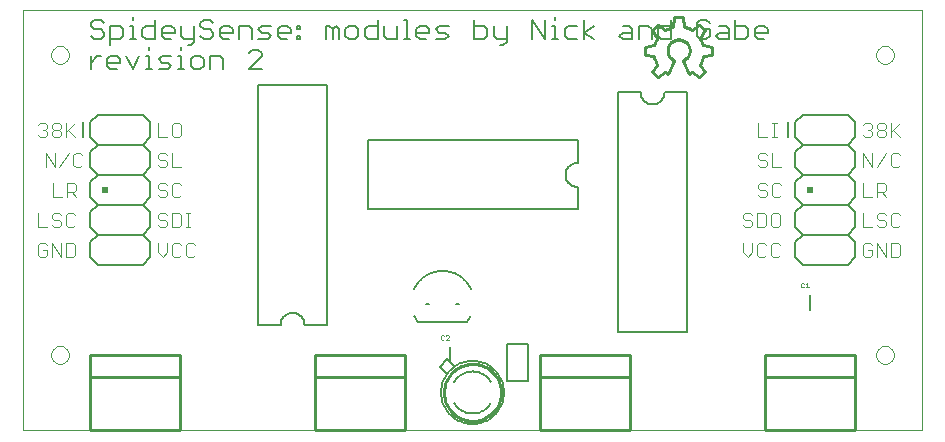
<source format=gto>
G75*
G70*
%OFA0B0*%
%FSLAX24Y24*%
%IPPOS*%
%LPD*%
%AMOC8*
5,1,8,0,0,1.08239X$1,22.5*
%
%ADD10C,0.0000*%
%ADD11C,0.0060*%
%ADD12C,0.0040*%
%ADD13C,0.0100*%
%ADD14C,0.0050*%
%ADD15C,0.0080*%
%ADD16R,0.0200X0.0200*%
%ADD17C,0.0010*%
D10*
X000101Y000151D02*
X000101Y014147D01*
X030096Y014147D01*
X030096Y000151D01*
X000101Y000151D01*
X001056Y002651D02*
X001058Y002685D01*
X001064Y002719D01*
X001074Y002752D01*
X001087Y002783D01*
X001105Y002813D01*
X001125Y002841D01*
X001149Y002866D01*
X001175Y002888D01*
X001203Y002906D01*
X001234Y002922D01*
X001266Y002934D01*
X001300Y002942D01*
X001334Y002946D01*
X001368Y002946D01*
X001402Y002942D01*
X001436Y002934D01*
X001468Y002922D01*
X001498Y002906D01*
X001527Y002888D01*
X001553Y002866D01*
X001577Y002841D01*
X001597Y002813D01*
X001615Y002783D01*
X001628Y002752D01*
X001638Y002719D01*
X001644Y002685D01*
X001646Y002651D01*
X001644Y002617D01*
X001638Y002583D01*
X001628Y002550D01*
X001615Y002519D01*
X001597Y002489D01*
X001577Y002461D01*
X001553Y002436D01*
X001527Y002414D01*
X001499Y002396D01*
X001468Y002380D01*
X001436Y002368D01*
X001402Y002360D01*
X001368Y002356D01*
X001334Y002356D01*
X001300Y002360D01*
X001266Y002368D01*
X001234Y002380D01*
X001203Y002396D01*
X001175Y002414D01*
X001149Y002436D01*
X001125Y002461D01*
X001105Y002489D01*
X001087Y002519D01*
X001074Y002550D01*
X001064Y002583D01*
X001058Y002617D01*
X001056Y002651D01*
X001056Y012651D02*
X001058Y012685D01*
X001064Y012719D01*
X001074Y012752D01*
X001087Y012783D01*
X001105Y012813D01*
X001125Y012841D01*
X001149Y012866D01*
X001175Y012888D01*
X001203Y012906D01*
X001234Y012922D01*
X001266Y012934D01*
X001300Y012942D01*
X001334Y012946D01*
X001368Y012946D01*
X001402Y012942D01*
X001436Y012934D01*
X001468Y012922D01*
X001498Y012906D01*
X001527Y012888D01*
X001553Y012866D01*
X001577Y012841D01*
X001597Y012813D01*
X001615Y012783D01*
X001628Y012752D01*
X001638Y012719D01*
X001644Y012685D01*
X001646Y012651D01*
X001644Y012617D01*
X001638Y012583D01*
X001628Y012550D01*
X001615Y012519D01*
X001597Y012489D01*
X001577Y012461D01*
X001553Y012436D01*
X001527Y012414D01*
X001499Y012396D01*
X001468Y012380D01*
X001436Y012368D01*
X001402Y012360D01*
X001368Y012356D01*
X001334Y012356D01*
X001300Y012360D01*
X001266Y012368D01*
X001234Y012380D01*
X001203Y012396D01*
X001175Y012414D01*
X001149Y012436D01*
X001125Y012461D01*
X001105Y012489D01*
X001087Y012519D01*
X001074Y012550D01*
X001064Y012583D01*
X001058Y012617D01*
X001056Y012651D01*
X028556Y012651D02*
X028558Y012685D01*
X028564Y012719D01*
X028574Y012752D01*
X028587Y012783D01*
X028605Y012813D01*
X028625Y012841D01*
X028649Y012866D01*
X028675Y012888D01*
X028703Y012906D01*
X028734Y012922D01*
X028766Y012934D01*
X028800Y012942D01*
X028834Y012946D01*
X028868Y012946D01*
X028902Y012942D01*
X028936Y012934D01*
X028968Y012922D01*
X028998Y012906D01*
X029027Y012888D01*
X029053Y012866D01*
X029077Y012841D01*
X029097Y012813D01*
X029115Y012783D01*
X029128Y012752D01*
X029138Y012719D01*
X029144Y012685D01*
X029146Y012651D01*
X029144Y012617D01*
X029138Y012583D01*
X029128Y012550D01*
X029115Y012519D01*
X029097Y012489D01*
X029077Y012461D01*
X029053Y012436D01*
X029027Y012414D01*
X028999Y012396D01*
X028968Y012380D01*
X028936Y012368D01*
X028902Y012360D01*
X028868Y012356D01*
X028834Y012356D01*
X028800Y012360D01*
X028766Y012368D01*
X028734Y012380D01*
X028703Y012396D01*
X028675Y012414D01*
X028649Y012436D01*
X028625Y012461D01*
X028605Y012489D01*
X028587Y012519D01*
X028574Y012550D01*
X028564Y012583D01*
X028558Y012617D01*
X028556Y012651D01*
X028556Y002651D02*
X028558Y002685D01*
X028564Y002719D01*
X028574Y002752D01*
X028587Y002783D01*
X028605Y002813D01*
X028625Y002841D01*
X028649Y002866D01*
X028675Y002888D01*
X028703Y002906D01*
X028734Y002922D01*
X028766Y002934D01*
X028800Y002942D01*
X028834Y002946D01*
X028868Y002946D01*
X028902Y002942D01*
X028936Y002934D01*
X028968Y002922D01*
X028998Y002906D01*
X029027Y002888D01*
X029053Y002866D01*
X029077Y002841D01*
X029097Y002813D01*
X029115Y002783D01*
X029128Y002752D01*
X029138Y002719D01*
X029144Y002685D01*
X029146Y002651D01*
X029144Y002617D01*
X029138Y002583D01*
X029128Y002550D01*
X029115Y002519D01*
X029097Y002489D01*
X029077Y002461D01*
X029053Y002436D01*
X029027Y002414D01*
X028999Y002396D01*
X028968Y002380D01*
X028936Y002368D01*
X028902Y002360D01*
X028868Y002356D01*
X028834Y002356D01*
X028800Y002360D01*
X028766Y002368D01*
X028734Y002380D01*
X028703Y002396D01*
X028675Y002414D01*
X028649Y002436D01*
X028625Y002461D01*
X028605Y002489D01*
X028587Y002519D01*
X028574Y002550D01*
X028564Y002583D01*
X028558Y002617D01*
X028556Y002651D01*
D11*
X027601Y005651D02*
X026101Y005651D01*
X025851Y005901D01*
X025851Y006401D01*
X026101Y006651D01*
X027601Y006651D01*
X027851Y006401D01*
X027851Y005901D01*
X027601Y005651D01*
X027601Y006651D02*
X027851Y006901D01*
X027851Y007401D01*
X027601Y007651D01*
X026101Y007651D01*
X025851Y007401D01*
X025851Y006901D01*
X026101Y006651D01*
X026101Y007651D02*
X025851Y007901D01*
X025851Y008401D01*
X026101Y008651D01*
X027601Y008651D01*
X027851Y008401D01*
X027851Y007901D01*
X027601Y007651D01*
X027601Y008651D02*
X027851Y008901D01*
X027851Y009401D01*
X027601Y009651D01*
X026101Y009651D01*
X025851Y009401D01*
X025851Y008901D01*
X026101Y008651D01*
X026101Y009651D02*
X025851Y009901D01*
X025851Y010401D01*
X026101Y010651D01*
X027601Y010651D01*
X027851Y010401D01*
X027851Y009901D01*
X027601Y009651D01*
X022251Y011401D02*
X021501Y011401D01*
X021499Y011362D01*
X021493Y011323D01*
X021484Y011285D01*
X021471Y011248D01*
X021454Y011212D01*
X021434Y011179D01*
X021410Y011147D01*
X021384Y011118D01*
X021355Y011092D01*
X021323Y011068D01*
X021290Y011048D01*
X021254Y011031D01*
X021217Y011018D01*
X021179Y011009D01*
X021140Y011003D01*
X021101Y011001D01*
X021062Y011003D01*
X021023Y011009D01*
X020985Y011018D01*
X020948Y011031D01*
X020912Y011048D01*
X020879Y011068D01*
X020847Y011092D01*
X020818Y011118D01*
X020792Y011147D01*
X020768Y011179D01*
X020748Y011212D01*
X020731Y011248D01*
X020718Y011285D01*
X020709Y011323D01*
X020703Y011362D01*
X020701Y011401D01*
X019951Y011401D01*
X019951Y003401D01*
X022251Y003401D01*
X022251Y011401D01*
X022683Y013181D02*
X022896Y013181D01*
X023003Y013288D01*
X023003Y013501D01*
X022789Y013501D01*
X022576Y013288D02*
X022683Y013181D01*
X022576Y013288D02*
X022576Y013715D01*
X022683Y013822D01*
X022896Y013822D01*
X023003Y013715D01*
X023327Y013608D02*
X023541Y013608D01*
X023647Y013501D01*
X023647Y013181D01*
X023327Y013181D01*
X023220Y013288D01*
X023327Y013395D01*
X023647Y013395D01*
X023865Y013608D02*
X024185Y013608D01*
X024292Y013501D01*
X024292Y013288D01*
X024185Y013181D01*
X023865Y013181D01*
X023865Y013822D01*
X024510Y013501D02*
X024616Y013608D01*
X024830Y013608D01*
X024937Y013501D01*
X024937Y013395D01*
X024510Y013395D01*
X024510Y013501D02*
X024510Y013288D01*
X024616Y013181D01*
X024830Y013181D01*
X021714Y013181D02*
X021394Y013181D01*
X021287Y013288D01*
X021287Y013501D01*
X021394Y013608D01*
X021714Y013608D01*
X021714Y013822D02*
X021714Y013181D01*
X021069Y013181D02*
X021069Y013501D01*
X020963Y013608D01*
X020642Y013608D01*
X020642Y013181D01*
X020425Y013181D02*
X020105Y013181D01*
X019998Y013288D01*
X020105Y013395D01*
X020425Y013395D01*
X020425Y013501D02*
X020425Y013181D01*
X020425Y013501D02*
X020318Y013608D01*
X020105Y013608D01*
X019136Y013608D02*
X018816Y013395D01*
X019136Y013181D01*
X018816Y013181D02*
X018816Y013822D01*
X018599Y013608D02*
X018278Y013608D01*
X018172Y013501D01*
X018172Y013288D01*
X018278Y013181D01*
X018599Y013181D01*
X017956Y013181D02*
X017742Y013181D01*
X017849Y013181D02*
X017849Y013608D01*
X017742Y013608D01*
X017849Y013822D02*
X017849Y013928D01*
X017524Y013822D02*
X017524Y013181D01*
X017097Y013822D01*
X017097Y013181D01*
X016235Y013181D02*
X015915Y013181D01*
X015808Y013288D01*
X015808Y013608D01*
X015591Y013501D02*
X015484Y013608D01*
X015164Y013608D01*
X015591Y013501D02*
X015591Y013288D01*
X015484Y013181D01*
X015164Y013181D01*
X015164Y013822D01*
X014302Y013608D02*
X013982Y013608D01*
X013875Y013501D01*
X013982Y013395D01*
X014195Y013395D01*
X014302Y013288D01*
X014195Y013181D01*
X013875Y013181D01*
X013551Y013181D02*
X013337Y013181D01*
X013230Y013288D01*
X013230Y013501D01*
X013337Y013608D01*
X013551Y013608D01*
X013657Y013501D01*
X013657Y013395D01*
X013230Y013395D01*
X013014Y013181D02*
X012801Y013181D01*
X012907Y013181D02*
X012907Y013822D01*
X012801Y013822D01*
X012583Y013608D02*
X012583Y013181D01*
X012263Y013181D01*
X012156Y013288D01*
X012156Y013608D01*
X011939Y013608D02*
X011618Y013608D01*
X011512Y013501D01*
X011512Y013288D01*
X011618Y013181D01*
X011939Y013181D01*
X011939Y013822D01*
X011294Y013501D02*
X011187Y013608D01*
X010974Y013608D01*
X010867Y013501D01*
X010867Y013288D01*
X010974Y013181D01*
X011187Y013181D01*
X011294Y013288D01*
X011294Y013501D01*
X010650Y013501D02*
X010650Y013181D01*
X010436Y013181D02*
X010436Y013501D01*
X010543Y013608D01*
X010650Y013501D01*
X010436Y013501D02*
X010329Y013608D01*
X010223Y013608D01*
X010223Y013181D01*
X009362Y013181D02*
X009256Y013181D01*
X009256Y013288D01*
X009362Y013288D01*
X009362Y013181D01*
X008931Y013181D02*
X008718Y013181D01*
X008611Y013288D01*
X008611Y013501D01*
X008718Y013608D01*
X008931Y013608D01*
X009038Y013501D01*
X009038Y013395D01*
X008611Y013395D01*
X008394Y013288D02*
X008287Y013395D01*
X008073Y013395D01*
X007967Y013501D01*
X008073Y013608D01*
X008394Y013608D01*
X008394Y013288D02*
X008287Y013181D01*
X007967Y013181D01*
X007749Y013181D02*
X007749Y013501D01*
X007642Y013608D01*
X007322Y013608D01*
X007322Y013181D01*
X006998Y013181D02*
X006784Y013181D01*
X006678Y013288D01*
X006678Y013501D01*
X006784Y013608D01*
X006998Y013608D01*
X007105Y013501D01*
X007105Y013395D01*
X006678Y013395D01*
X006460Y013395D02*
X006460Y013288D01*
X006353Y013181D01*
X006140Y013181D01*
X006033Y013288D01*
X006140Y013501D02*
X006353Y013501D01*
X006460Y013395D01*
X006140Y013501D02*
X006033Y013608D01*
X006033Y013715D01*
X006140Y013822D01*
X006353Y013822D01*
X006460Y013715D01*
X005816Y013608D02*
X005816Y013074D01*
X005709Y012968D01*
X005602Y012968D01*
X005388Y012928D02*
X005388Y012822D01*
X005388Y012608D02*
X005388Y012181D01*
X005281Y012181D02*
X005495Y012181D01*
X005711Y012288D02*
X005818Y012181D01*
X006031Y012181D01*
X006138Y012288D01*
X006138Y012501D01*
X006031Y012608D01*
X005818Y012608D01*
X005711Y012501D01*
X005711Y012288D01*
X005388Y012608D02*
X005281Y012608D01*
X005064Y012608D02*
X004743Y012608D01*
X004637Y012501D01*
X004743Y012395D01*
X004957Y012395D01*
X005064Y012288D01*
X004957Y012181D01*
X004637Y012181D01*
X004420Y012181D02*
X004207Y012181D01*
X004314Y012181D02*
X004314Y012608D01*
X004207Y012608D01*
X003989Y012608D02*
X003776Y012181D01*
X003562Y012608D01*
X003345Y012501D02*
X003345Y012395D01*
X002918Y012395D01*
X002918Y012501D02*
X002918Y012288D01*
X003025Y012181D01*
X003238Y012181D01*
X003345Y012501D02*
X003238Y012608D01*
X003025Y012608D01*
X002918Y012501D01*
X002701Y012608D02*
X002594Y012608D01*
X002381Y012395D01*
X002381Y012608D02*
X002381Y012181D01*
X003025Y012968D02*
X003025Y013608D01*
X003346Y013608D01*
X003452Y013501D01*
X003452Y013288D01*
X003346Y013181D01*
X003025Y013181D01*
X002808Y013288D02*
X002701Y013181D01*
X002488Y013181D01*
X002381Y013288D01*
X002488Y013501D02*
X002701Y013501D01*
X002808Y013395D01*
X002808Y013288D01*
X002488Y013501D02*
X002381Y013608D01*
X002381Y013715D01*
X002488Y013822D01*
X002701Y013822D01*
X002808Y013715D01*
X003670Y013608D02*
X003777Y013608D01*
X003777Y013181D01*
X003883Y013181D02*
X003670Y013181D01*
X004100Y013288D02*
X004100Y013501D01*
X004206Y013608D01*
X004527Y013608D01*
X004744Y013501D02*
X004851Y013608D01*
X005064Y013608D01*
X005171Y013501D01*
X005171Y013395D01*
X004744Y013395D01*
X004744Y013501D02*
X004744Y013288D01*
X004851Y013181D01*
X005064Y013181D01*
X005389Y013288D02*
X005495Y013181D01*
X005816Y013181D01*
X005389Y013288D02*
X005389Y013608D01*
X004527Y013822D02*
X004527Y013181D01*
X004206Y013181D01*
X004100Y013288D01*
X004314Y012928D02*
X004314Y012822D01*
X006355Y012608D02*
X006355Y012181D01*
X006782Y012181D02*
X006782Y012501D01*
X006676Y012608D01*
X006355Y012608D01*
X007644Y012715D02*
X007751Y012822D01*
X007965Y012822D01*
X008071Y012715D01*
X008071Y012608D01*
X007644Y012181D01*
X008071Y012181D01*
X007951Y011651D02*
X010251Y011651D01*
X010251Y003651D01*
X009501Y003651D01*
X009499Y003690D01*
X009493Y003729D01*
X009484Y003767D01*
X009471Y003804D01*
X009454Y003840D01*
X009434Y003873D01*
X009410Y003905D01*
X009384Y003934D01*
X009355Y003960D01*
X009323Y003984D01*
X009290Y004004D01*
X009254Y004021D01*
X009217Y004034D01*
X009179Y004043D01*
X009140Y004049D01*
X009101Y004051D01*
X009062Y004049D01*
X009023Y004043D01*
X008985Y004034D01*
X008948Y004021D01*
X008912Y004004D01*
X008879Y003984D01*
X008847Y003960D01*
X008818Y003934D01*
X008792Y003905D01*
X008768Y003873D01*
X008748Y003840D01*
X008731Y003804D01*
X008718Y003767D01*
X008709Y003729D01*
X008703Y003690D01*
X008701Y003651D01*
X007951Y003651D01*
X007951Y011651D01*
X004351Y010401D02*
X004351Y009901D01*
X004101Y009651D01*
X002601Y009651D01*
X002351Y009401D01*
X002351Y008901D01*
X002601Y008651D01*
X004101Y008651D01*
X004351Y008401D01*
X004351Y007901D01*
X004101Y007651D01*
X002601Y007651D01*
X002351Y007401D01*
X002351Y006901D01*
X002601Y006651D01*
X002351Y006401D01*
X002351Y005901D01*
X002601Y005651D01*
X004101Y005651D01*
X004351Y005901D01*
X004351Y006401D01*
X004101Y006651D01*
X002601Y006651D01*
X004101Y006651D02*
X004351Y006901D01*
X004351Y007401D01*
X004101Y007651D01*
X002601Y007651D02*
X002351Y007901D01*
X002351Y008401D01*
X002601Y008651D01*
X004101Y008651D02*
X004351Y008901D01*
X004351Y009401D01*
X004101Y009651D01*
X002601Y009651D02*
X002351Y009901D01*
X002351Y010401D01*
X002601Y010651D01*
X004101Y010651D01*
X004351Y010401D01*
X009256Y013501D02*
X009256Y013608D01*
X009362Y013608D01*
X009362Y013501D01*
X009256Y013501D01*
X003777Y013822D02*
X003777Y013928D01*
X011601Y009801D02*
X011601Y007501D01*
X018601Y007501D01*
X018601Y008251D01*
X018562Y008253D01*
X018523Y008259D01*
X018485Y008268D01*
X018448Y008281D01*
X018412Y008298D01*
X018379Y008318D01*
X018347Y008342D01*
X018318Y008368D01*
X018292Y008397D01*
X018268Y008429D01*
X018248Y008462D01*
X018231Y008498D01*
X018218Y008535D01*
X018209Y008573D01*
X018203Y008612D01*
X018201Y008651D01*
X018203Y008690D01*
X018209Y008729D01*
X018218Y008767D01*
X018231Y008804D01*
X018248Y008840D01*
X018268Y008873D01*
X018292Y008905D01*
X018318Y008934D01*
X018347Y008960D01*
X018379Y008984D01*
X018412Y009004D01*
X018448Y009021D01*
X018485Y009034D01*
X018523Y009043D01*
X018562Y009049D01*
X018601Y009051D01*
X018601Y009801D01*
X011601Y009801D01*
X016022Y012968D02*
X016129Y012968D01*
X016235Y013074D01*
X016235Y013608D01*
X014251Y002501D02*
X014501Y002251D01*
X014251Y002001D02*
X014001Y002251D01*
X014251Y002501D01*
X015101Y000701D02*
X015153Y000703D01*
X015205Y000709D01*
X015256Y000718D01*
X015306Y000732D01*
X015356Y000749D01*
X015404Y000770D01*
X015450Y000794D01*
X015494Y000822D01*
X015536Y000852D01*
X015575Y000886D01*
X015612Y000923D01*
X015647Y000962D01*
X015678Y001004D01*
X015706Y001048D01*
X015101Y000701D02*
X015049Y000703D01*
X014997Y000709D01*
X014946Y000718D01*
X014896Y000732D01*
X014846Y000749D01*
X014798Y000770D01*
X014752Y000794D01*
X014708Y000822D01*
X014666Y000852D01*
X014627Y000886D01*
X014590Y000923D01*
X014555Y000962D01*
X014524Y001004D01*
X014496Y001048D01*
X014496Y001754D02*
X014524Y001798D01*
X014555Y001840D01*
X014590Y001879D01*
X014627Y001916D01*
X014666Y001950D01*
X014708Y001980D01*
X014752Y002008D01*
X014798Y002032D01*
X014846Y002053D01*
X014896Y002070D01*
X014946Y002084D01*
X014997Y002093D01*
X015049Y002099D01*
X015101Y002101D01*
X015153Y002099D01*
X015205Y002093D01*
X015256Y002084D01*
X015306Y002070D01*
X015356Y002053D01*
X015404Y002032D01*
X015450Y002008D01*
X015494Y001980D01*
X015536Y001950D01*
X015575Y001916D01*
X015612Y001879D01*
X015647Y001840D01*
X015678Y001798D01*
X015706Y001754D01*
X014051Y001401D02*
X014053Y001466D01*
X014059Y001530D01*
X014069Y001594D01*
X014083Y001657D01*
X014100Y001719D01*
X014122Y001780D01*
X014147Y001840D01*
X014176Y001898D01*
X014208Y001954D01*
X014244Y002008D01*
X014283Y002059D01*
X014325Y002108D01*
X014370Y002155D01*
X014418Y002198D01*
X014468Y002239D01*
X014521Y002276D01*
X014576Y002310D01*
X014633Y002341D01*
X014692Y002368D01*
X014752Y002391D01*
X014814Y002411D01*
X014876Y002427D01*
X014940Y002439D01*
X015004Y002447D01*
X015069Y002451D01*
X015133Y002451D01*
X015198Y002447D01*
X015262Y002439D01*
X015326Y002427D01*
X015388Y002411D01*
X015450Y002391D01*
X015510Y002368D01*
X015569Y002341D01*
X015626Y002310D01*
X015681Y002276D01*
X015734Y002239D01*
X015784Y002198D01*
X015832Y002155D01*
X015877Y002108D01*
X015919Y002059D01*
X015958Y002008D01*
X015994Y001954D01*
X016026Y001898D01*
X016055Y001840D01*
X016080Y001780D01*
X016102Y001719D01*
X016119Y001657D01*
X016133Y001594D01*
X016143Y001530D01*
X016149Y001466D01*
X016151Y001401D01*
X016149Y001336D01*
X016143Y001272D01*
X016133Y001208D01*
X016119Y001145D01*
X016102Y001083D01*
X016080Y001022D01*
X016055Y000962D01*
X016026Y000904D01*
X015994Y000848D01*
X015958Y000794D01*
X015919Y000743D01*
X015877Y000694D01*
X015832Y000647D01*
X015784Y000604D01*
X015734Y000563D01*
X015681Y000526D01*
X015626Y000492D01*
X015569Y000461D01*
X015510Y000434D01*
X015450Y000411D01*
X015388Y000391D01*
X015326Y000375D01*
X015262Y000363D01*
X015198Y000355D01*
X015133Y000351D01*
X015069Y000351D01*
X015004Y000355D01*
X014940Y000363D01*
X014876Y000375D01*
X014814Y000391D01*
X014752Y000411D01*
X014692Y000434D01*
X014633Y000461D01*
X014576Y000492D01*
X014521Y000526D01*
X014468Y000563D01*
X014418Y000604D01*
X014370Y000647D01*
X014325Y000694D01*
X014283Y000743D01*
X014244Y000794D01*
X014208Y000848D01*
X014176Y000904D01*
X014147Y000962D01*
X014122Y001022D01*
X014100Y001083D01*
X014083Y001145D01*
X014069Y001208D01*
X014059Y001272D01*
X014053Y001336D01*
X014051Y001401D01*
D12*
X005848Y005998D02*
X005772Y005921D01*
X005618Y005921D01*
X005541Y005998D01*
X005541Y006305D01*
X005618Y006382D01*
X005772Y006382D01*
X005848Y006305D01*
X005388Y006305D02*
X005311Y006382D01*
X005158Y006382D01*
X005081Y006305D01*
X005081Y005998D01*
X005158Y005921D01*
X005311Y005921D01*
X005388Y005998D01*
X004928Y006075D02*
X004928Y006382D01*
X004621Y006382D02*
X004621Y006075D01*
X004774Y005921D01*
X004928Y006075D01*
X004851Y006921D02*
X004697Y006921D01*
X004621Y006998D01*
X004697Y007151D02*
X004851Y007151D01*
X004928Y007075D01*
X004928Y006998D01*
X004851Y006921D01*
X005081Y006921D02*
X005311Y006921D01*
X005388Y006998D01*
X005388Y007305D01*
X005311Y007382D01*
X005081Y007382D01*
X005081Y006921D01*
X004697Y007151D02*
X004621Y007228D01*
X004621Y007305D01*
X004697Y007382D01*
X004851Y007382D01*
X004928Y007305D01*
X005541Y007382D02*
X005695Y007382D01*
X005618Y007382D02*
X005618Y006921D01*
X005541Y006921D02*
X005695Y006921D01*
X005311Y007921D02*
X005388Y007998D01*
X005311Y007921D02*
X005158Y007921D01*
X005081Y007998D01*
X005081Y008305D01*
X005158Y008382D01*
X005311Y008382D01*
X005388Y008305D01*
X004928Y008305D02*
X004851Y008382D01*
X004697Y008382D01*
X004621Y008305D01*
X004621Y008228D01*
X004697Y008151D01*
X004851Y008151D01*
X004928Y008075D01*
X004928Y007998D01*
X004851Y007921D01*
X004697Y007921D01*
X004621Y007998D01*
X004697Y008921D02*
X004621Y008998D01*
X004697Y008921D02*
X004851Y008921D01*
X004928Y008998D01*
X004928Y009075D01*
X004851Y009151D01*
X004697Y009151D01*
X004621Y009228D01*
X004621Y009305D01*
X004697Y009382D01*
X004851Y009382D01*
X004928Y009305D01*
X005081Y009382D02*
X005081Y008921D01*
X005388Y008921D01*
X005311Y009921D02*
X005388Y009998D01*
X005388Y010305D01*
X005311Y010382D01*
X005158Y010382D01*
X005081Y010305D01*
X005081Y009998D01*
X005158Y009921D01*
X005311Y009921D01*
X004928Y009921D02*
X004621Y009921D01*
X004621Y010382D01*
X002098Y009305D02*
X002022Y009382D01*
X001868Y009382D01*
X001791Y009305D01*
X001791Y008998D01*
X001868Y008921D01*
X002022Y008921D01*
X002098Y008998D01*
X001638Y009382D02*
X001331Y008921D01*
X001178Y008921D02*
X001178Y009382D01*
X000871Y009382D02*
X001178Y008921D01*
X000871Y008921D02*
X000871Y009382D01*
X000851Y009921D02*
X000697Y009921D01*
X000621Y009998D01*
X000774Y010151D02*
X000851Y010151D01*
X000928Y010075D01*
X000928Y009998D01*
X000851Y009921D01*
X001081Y009998D02*
X001081Y010075D01*
X001158Y010151D01*
X001311Y010151D01*
X001388Y010075D01*
X001388Y009998D01*
X001311Y009921D01*
X001158Y009921D01*
X001081Y009998D01*
X001158Y010151D02*
X001081Y010228D01*
X001081Y010305D01*
X001158Y010382D01*
X001311Y010382D01*
X001388Y010305D01*
X001388Y010228D01*
X001311Y010151D01*
X001541Y010075D02*
X001848Y010382D01*
X001541Y010382D02*
X001541Y009921D01*
X001618Y010151D02*
X001848Y009921D01*
X000928Y010228D02*
X000928Y010305D01*
X000851Y010382D01*
X000697Y010382D01*
X000621Y010305D01*
X000851Y010151D02*
X000928Y010228D01*
X001121Y008382D02*
X001121Y007921D01*
X001428Y007921D01*
X001581Y007921D02*
X001581Y008382D01*
X001811Y008382D01*
X001888Y008305D01*
X001888Y008151D01*
X001811Y008075D01*
X001581Y008075D01*
X001735Y008075D02*
X001888Y007921D01*
X001772Y007382D02*
X001618Y007382D01*
X001541Y007305D01*
X001541Y006998D01*
X001618Y006921D01*
X001772Y006921D01*
X001848Y006998D01*
X001848Y007305D02*
X001772Y007382D01*
X001388Y007305D02*
X001311Y007382D01*
X001158Y007382D01*
X001081Y007305D01*
X001081Y007228D01*
X001158Y007151D01*
X001311Y007151D01*
X001388Y007075D01*
X001388Y006998D01*
X001311Y006921D01*
X001158Y006921D01*
X001081Y006998D01*
X000928Y006921D02*
X000621Y006921D01*
X000621Y007382D01*
X000697Y006382D02*
X000621Y006305D01*
X000621Y005998D01*
X000697Y005921D01*
X000851Y005921D01*
X000928Y005998D01*
X000928Y006151D01*
X000774Y006151D01*
X000928Y006305D02*
X000851Y006382D01*
X000697Y006382D01*
X001081Y006382D02*
X001388Y005921D01*
X001388Y006382D01*
X001541Y006382D02*
X001772Y006382D01*
X001848Y006305D01*
X001848Y005998D01*
X001772Y005921D01*
X001541Y005921D01*
X001541Y006382D01*
X001081Y006382D02*
X001081Y005921D01*
X024121Y006075D02*
X024274Y005921D01*
X024428Y006075D01*
X024428Y006382D01*
X024581Y006305D02*
X024581Y005998D01*
X024658Y005921D01*
X024811Y005921D01*
X024888Y005998D01*
X025041Y005998D02*
X025118Y005921D01*
X025272Y005921D01*
X025348Y005998D01*
X025041Y005998D02*
X025041Y006305D01*
X025118Y006382D01*
X025272Y006382D01*
X025348Y006305D01*
X024888Y006305D02*
X024811Y006382D01*
X024658Y006382D01*
X024581Y006305D01*
X024121Y006382D02*
X024121Y006075D01*
X024197Y006921D02*
X024121Y006998D01*
X024197Y006921D02*
X024351Y006921D01*
X024428Y006998D01*
X024428Y007075D01*
X024351Y007151D01*
X024197Y007151D01*
X024121Y007228D01*
X024121Y007305D01*
X024197Y007382D01*
X024351Y007382D01*
X024428Y007305D01*
X024581Y007382D02*
X024811Y007382D01*
X024888Y007305D01*
X024888Y006998D01*
X024811Y006921D01*
X024581Y006921D01*
X024581Y007382D01*
X025041Y007305D02*
X025041Y006998D01*
X025118Y006921D01*
X025272Y006921D01*
X025348Y006998D01*
X025348Y007305D01*
X025272Y007382D01*
X025118Y007382D01*
X025041Y007305D01*
X025158Y007921D02*
X025311Y007921D01*
X025388Y007998D01*
X025158Y007921D02*
X025081Y007998D01*
X025081Y008305D01*
X025158Y008382D01*
X025311Y008382D01*
X025388Y008305D01*
X024928Y008305D02*
X024851Y008382D01*
X024697Y008382D01*
X024621Y008305D01*
X024621Y008228D01*
X024697Y008151D01*
X024851Y008151D01*
X024928Y008075D01*
X024928Y007998D01*
X024851Y007921D01*
X024697Y007921D01*
X024621Y007998D01*
X024697Y008921D02*
X024621Y008998D01*
X024697Y008921D02*
X024851Y008921D01*
X024928Y008998D01*
X024928Y009075D01*
X024851Y009151D01*
X024697Y009151D01*
X024621Y009228D01*
X024621Y009305D01*
X024697Y009382D01*
X024851Y009382D01*
X024928Y009305D01*
X025081Y009382D02*
X025081Y008921D01*
X025388Y008921D01*
X025235Y009921D02*
X025081Y009921D01*
X025158Y009921D02*
X025158Y010382D01*
X025081Y010382D02*
X025235Y010382D01*
X024621Y010382D02*
X024621Y009921D01*
X024928Y009921D01*
X028121Y009998D02*
X028197Y009921D01*
X028351Y009921D01*
X028428Y009998D01*
X028428Y010075D01*
X028351Y010151D01*
X028274Y010151D01*
X028351Y010151D02*
X028428Y010228D01*
X028428Y010305D01*
X028351Y010382D01*
X028197Y010382D01*
X028121Y010305D01*
X028581Y010305D02*
X028581Y010228D01*
X028658Y010151D01*
X028811Y010151D01*
X028888Y010075D01*
X028888Y009998D01*
X028811Y009921D01*
X028658Y009921D01*
X028581Y009998D01*
X028581Y010075D01*
X028658Y010151D01*
X028811Y010151D02*
X028888Y010228D01*
X028888Y010305D01*
X028811Y010382D01*
X028658Y010382D01*
X028581Y010305D01*
X029041Y010382D02*
X029041Y009921D01*
X029041Y010075D02*
X029348Y010382D01*
X029118Y010151D02*
X029348Y009921D01*
X029272Y009382D02*
X029118Y009382D01*
X029041Y009305D01*
X029041Y008998D01*
X029118Y008921D01*
X029272Y008921D01*
X029348Y008998D01*
X029348Y009305D02*
X029272Y009382D01*
X028888Y009382D02*
X028581Y008921D01*
X028428Y008921D02*
X028428Y009382D01*
X028121Y009382D02*
X028428Y008921D01*
X028121Y008921D02*
X028121Y009382D01*
X028121Y008382D02*
X028121Y007921D01*
X028428Y007921D01*
X028581Y007921D02*
X028581Y008382D01*
X028811Y008382D01*
X028888Y008305D01*
X028888Y008151D01*
X028811Y008075D01*
X028581Y008075D01*
X028735Y008075D02*
X028888Y007921D01*
X028811Y007382D02*
X028658Y007382D01*
X028581Y007305D01*
X028581Y007228D01*
X028658Y007151D01*
X028811Y007151D01*
X028888Y007075D01*
X028888Y006998D01*
X028811Y006921D01*
X028658Y006921D01*
X028581Y006998D01*
X028428Y006921D02*
X028121Y006921D01*
X028121Y007382D01*
X028811Y007382D02*
X028888Y007305D01*
X029041Y007305D02*
X029041Y006998D01*
X029118Y006921D01*
X029272Y006921D01*
X029348Y006998D01*
X029348Y007305D02*
X029272Y007382D01*
X029118Y007382D01*
X029041Y007305D01*
X029041Y006382D02*
X029272Y006382D01*
X029348Y006305D01*
X029348Y005998D01*
X029272Y005921D01*
X029041Y005921D01*
X029041Y006382D01*
X028888Y006382D02*
X028888Y005921D01*
X028581Y006382D01*
X028581Y005921D01*
X028428Y005998D02*
X028428Y006151D01*
X028274Y006151D01*
X028121Y005998D02*
X028197Y005921D01*
X028351Y005921D01*
X028428Y005998D01*
X028121Y005998D02*
X028121Y006305D01*
X028197Y006382D01*
X028351Y006382D01*
X028428Y006305D01*
D13*
X027851Y002651D02*
X024851Y002651D01*
X024851Y001901D01*
X027851Y001901D01*
X027851Y000151D01*
X024851Y000151D01*
X024851Y001901D01*
X027851Y001901D02*
X027851Y002651D01*
X020351Y002651D02*
X020351Y001901D01*
X017351Y001901D01*
X017351Y002651D01*
X020351Y002651D01*
X020351Y001901D02*
X020351Y000151D01*
X017351Y000151D01*
X017351Y001901D01*
X014151Y001401D02*
X014153Y001462D01*
X014159Y001524D01*
X014169Y001584D01*
X014183Y001644D01*
X014200Y001703D01*
X014222Y001761D01*
X014247Y001817D01*
X014276Y001872D01*
X014308Y001924D01*
X014343Y001974D01*
X014382Y002022D01*
X014424Y002067D01*
X014468Y002110D01*
X014516Y002149D01*
X014565Y002186D01*
X014617Y002219D01*
X014671Y002248D01*
X014727Y002274D01*
X014784Y002297D01*
X014843Y002315D01*
X014902Y002330D01*
X014963Y002341D01*
X015024Y002348D01*
X015086Y002351D01*
X015147Y002350D01*
X015208Y002345D01*
X015269Y002336D01*
X015329Y002323D01*
X015389Y002306D01*
X015447Y002286D01*
X015503Y002262D01*
X015558Y002234D01*
X015611Y002202D01*
X015662Y002168D01*
X015710Y002130D01*
X015756Y002089D01*
X015799Y002045D01*
X015840Y001998D01*
X015877Y001949D01*
X015911Y001898D01*
X015941Y001845D01*
X015968Y001789D01*
X015991Y001732D01*
X016011Y001674D01*
X016027Y001615D01*
X016039Y001554D01*
X016047Y001493D01*
X016051Y001432D01*
X016051Y001370D01*
X016047Y001309D01*
X016039Y001248D01*
X016027Y001187D01*
X016011Y001128D01*
X015991Y001070D01*
X015968Y001013D01*
X015941Y000957D01*
X015911Y000904D01*
X015877Y000853D01*
X015840Y000804D01*
X015799Y000757D01*
X015756Y000713D01*
X015710Y000672D01*
X015662Y000634D01*
X015611Y000600D01*
X015558Y000568D01*
X015503Y000540D01*
X015447Y000516D01*
X015389Y000496D01*
X015329Y000479D01*
X015269Y000466D01*
X015208Y000457D01*
X015147Y000452D01*
X015086Y000451D01*
X015024Y000454D01*
X014963Y000461D01*
X014902Y000472D01*
X014843Y000487D01*
X014784Y000505D01*
X014727Y000528D01*
X014671Y000554D01*
X014617Y000583D01*
X014565Y000616D01*
X014516Y000653D01*
X014468Y000692D01*
X014424Y000735D01*
X014382Y000780D01*
X014343Y000828D01*
X014308Y000878D01*
X014276Y000930D01*
X014247Y000985D01*
X014222Y001041D01*
X014200Y001099D01*
X014183Y001158D01*
X014169Y001218D01*
X014159Y001278D01*
X014153Y001340D01*
X014151Y001401D01*
X012851Y001901D02*
X009851Y001901D01*
X009851Y002651D01*
X012851Y002651D01*
X012851Y001901D01*
X012851Y000151D01*
X009851Y000151D01*
X009851Y001901D01*
X005351Y001901D02*
X005351Y000151D01*
X002351Y000151D01*
X002351Y001901D01*
X005351Y001901D01*
X005351Y002651D01*
X002351Y002651D01*
X002351Y001901D01*
X021091Y012091D02*
X021271Y011901D01*
X021511Y012071D01*
X021611Y012011D01*
X021811Y012461D01*
X022131Y012461D02*
X022321Y012011D01*
X022421Y012071D01*
X022661Y011901D01*
X022851Y012091D01*
X022681Y012331D01*
X022781Y012601D02*
X023081Y012651D01*
X023081Y012911D01*
X022781Y012971D01*
X022671Y013221D02*
X022851Y013481D01*
X022661Y013661D01*
X022401Y013481D01*
X022151Y013581D02*
X022101Y013901D01*
X021831Y013901D01*
X021781Y013581D01*
X021531Y013481D02*
X021271Y013661D01*
X021081Y013481D01*
X021261Y013221D01*
X021151Y012971D02*
X020851Y012911D01*
X020851Y012651D01*
X021151Y012601D01*
X021251Y012331D02*
X021091Y012091D01*
X021255Y012334D02*
X021227Y012384D01*
X021203Y012436D01*
X021182Y012489D01*
X021165Y012544D01*
X021152Y012600D01*
X021534Y013484D02*
X021579Y013509D01*
X021626Y013532D01*
X021674Y013551D01*
X021723Y013568D01*
X021773Y013581D01*
X021811Y012471D02*
X021778Y012489D01*
X021748Y012510D01*
X021719Y012534D01*
X021693Y012561D01*
X021671Y012590D01*
X021651Y012622D01*
X021634Y012655D01*
X021621Y012690D01*
X021612Y012726D01*
X021606Y012763D01*
X021604Y012800D01*
X021606Y012837D01*
X021611Y012874D01*
X021621Y012910D01*
X021633Y012945D01*
X021650Y012979D01*
X021669Y013010D01*
X021692Y013040D01*
X021718Y013067D01*
X021746Y013091D01*
X021777Y013112D01*
X021809Y013130D01*
X021843Y013145D01*
X021879Y013156D01*
X021915Y013164D01*
X021952Y013168D01*
X021990Y013168D01*
X022027Y013164D01*
X022063Y013156D01*
X022099Y013145D01*
X022133Y013130D01*
X022165Y013112D01*
X022196Y013091D01*
X022224Y013067D01*
X022250Y013040D01*
X022273Y013010D01*
X022292Y012979D01*
X022309Y012945D01*
X022321Y012910D01*
X022331Y012874D01*
X022336Y012837D01*
X022338Y012800D01*
X022336Y012763D01*
X022330Y012726D01*
X022321Y012690D01*
X022308Y012655D01*
X022291Y012622D01*
X022271Y012590D01*
X022249Y012561D01*
X022223Y012534D01*
X022194Y012510D01*
X022164Y012489D01*
X022131Y012471D01*
X022681Y012331D02*
X022704Y012372D01*
X022725Y012415D01*
X022743Y012460D01*
X022758Y012505D01*
X022771Y012551D01*
X022781Y012598D01*
X022780Y012972D02*
X022765Y013024D01*
X022746Y013075D01*
X022724Y013125D01*
X022699Y013173D01*
X022670Y013220D01*
X022405Y013483D02*
X022358Y013510D01*
X022309Y013533D01*
X022259Y013553D01*
X022208Y013570D01*
X022156Y013584D01*
X021262Y013216D02*
X021235Y013170D01*
X021211Y013122D01*
X021190Y013073D01*
X021172Y013022D01*
X021158Y012971D01*
D14*
X014654Y004351D02*
X014548Y004351D01*
X015055Y003963D02*
X015028Y003907D01*
X014997Y003853D01*
X014963Y003801D01*
X014926Y003751D01*
X013276Y003751D01*
X013548Y004351D02*
X013654Y004351D01*
X013151Y003954D02*
X013178Y003900D01*
X013208Y003849D01*
X013241Y003799D01*
X013276Y003751D01*
X013151Y004848D02*
X013180Y004905D01*
X013213Y004961D01*
X013248Y005014D01*
X013288Y005065D01*
X013330Y005113D01*
X013375Y005159D01*
X013422Y005202D01*
X013472Y005242D01*
X013525Y005279D01*
X013580Y005312D01*
X013636Y005343D01*
X013695Y005369D01*
X013755Y005392D01*
X013816Y005412D01*
X013878Y005427D01*
X013941Y005439D01*
X014005Y005447D01*
X014069Y005451D01*
X014133Y005451D01*
X014197Y005447D01*
X014261Y005439D01*
X014324Y005427D01*
X014386Y005412D01*
X014447Y005392D01*
X014507Y005369D01*
X014566Y005343D01*
X014622Y005312D01*
X014677Y005279D01*
X014730Y005242D01*
X014780Y005202D01*
X014827Y005159D01*
X014872Y005113D01*
X014914Y005065D01*
X014954Y005014D01*
X014989Y004961D01*
X015022Y004905D01*
X015051Y004848D01*
X016266Y003011D02*
X016266Y001791D01*
X016935Y001791D01*
X016935Y003011D01*
X016266Y003011D01*
D15*
X014351Y002901D02*
X014351Y002401D01*
X026351Y004151D02*
X026351Y004651D01*
X025601Y009901D02*
X025601Y010401D01*
X002101Y010401D02*
X002101Y009901D01*
D16*
X002851Y008151D03*
X026351Y008151D03*
D17*
X026253Y005056D02*
X026253Y004906D01*
X026203Y004906D02*
X026303Y004906D01*
X026203Y005006D02*
X026253Y005056D01*
X026156Y005031D02*
X026131Y005056D01*
X026081Y005056D01*
X026056Y005031D01*
X026056Y004931D01*
X026081Y004906D01*
X026131Y004906D01*
X026156Y004931D01*
X014303Y003281D02*
X014303Y003256D01*
X014203Y003156D01*
X014303Y003156D01*
X014303Y003281D02*
X014278Y003306D01*
X014228Y003306D01*
X014203Y003281D01*
X014156Y003281D02*
X014131Y003306D01*
X014081Y003306D01*
X014056Y003281D01*
X014056Y003181D01*
X014081Y003156D01*
X014131Y003156D01*
X014156Y003181D01*
M02*

</source>
